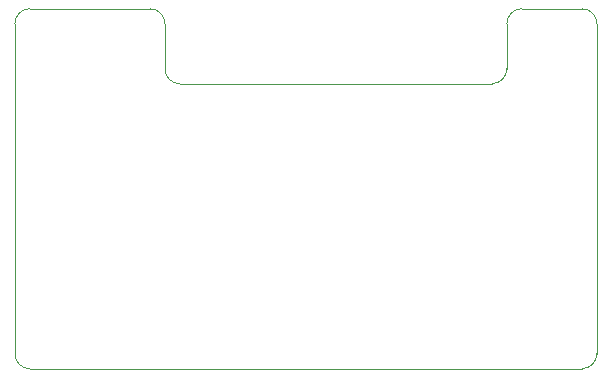
<source format=gbr>
%TF.GenerationSoftware,KiCad,Pcbnew,(6.0.9)*%
%TF.CreationDate,2023-01-18T13:19:17+01:00*%
%TF.ProjectId,WLED_All-in-one_ESP32_Controller,574c4544-5f41-46c6-9c2d-696e2d6f6e65,rev?*%
%TF.SameCoordinates,Original*%
%TF.FileFunction,Profile,NP*%
%FSLAX46Y46*%
G04 Gerber Fmt 4.6, Leading zero omitted, Abs format (unit mm)*
G04 Created by KiCad (PCBNEW (6.0.9)) date 2023-01-18 13:19:17*
%MOMM*%
%LPD*%
G01*
G04 APERTURE LIST*
%TA.AperFunction,Profile*%
%ADD10C,0.050000*%
%TD*%
G04 APERTURE END LIST*
D10*
X128270000Y-72644000D02*
X128270000Y-100584000D01*
X140970000Y-72644000D02*
X140970000Y-76454000D01*
X169926000Y-72644000D02*
X169926000Y-76454000D01*
X176276000Y-71374000D02*
X171196000Y-71374000D01*
X177546000Y-72644000D02*
X177546000Y-100584000D01*
X176276000Y-101854000D02*
X129540000Y-101854000D01*
X129540000Y-71374000D02*
X139700000Y-71374000D01*
X140970000Y-76454000D02*
G75*
G03*
X142240000Y-77724000I1270000J0D01*
G01*
X128270000Y-100584000D02*
G75*
G03*
X129540000Y-101854000I1270000J0D01*
G01*
X142240000Y-77724000D02*
X168656000Y-77724000D01*
X177546000Y-72644000D02*
G75*
G03*
X176276000Y-71374000I-1270000J0D01*
G01*
X171196000Y-71374000D02*
G75*
G03*
X169926000Y-72644000I0J-1270000D01*
G01*
X168656000Y-77724000D02*
G75*
G03*
X169926000Y-76454000I0J1270000D01*
G01*
X129540000Y-71374000D02*
G75*
G03*
X128270000Y-72644000I0J-1270000D01*
G01*
X140970000Y-72644000D02*
G75*
G03*
X139700000Y-71374000I-1270000J0D01*
G01*
X176276000Y-101854000D02*
G75*
G03*
X177546000Y-100584000I0J1270000D01*
G01*
M02*

</source>
